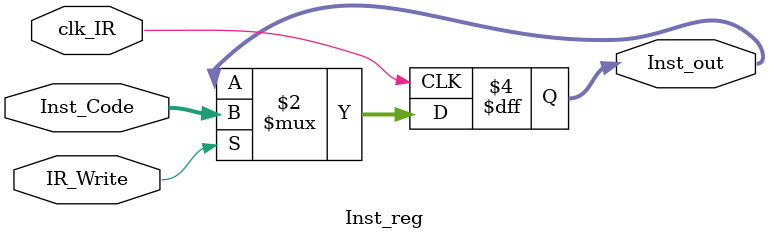
<source format=v>
`timescale 1ns / 1ps


module Inst_reg(Inst_Code,clk_IR,IR_Write,Inst_out);
input clk_IR;
input [31:0] Inst_Code;
input IR_Write;
output reg [31:0] Inst_out;
always @(posedge clk_IR)
if(IR_Write)
    Inst_out<=Inst_Code;
endmodule
</source>
